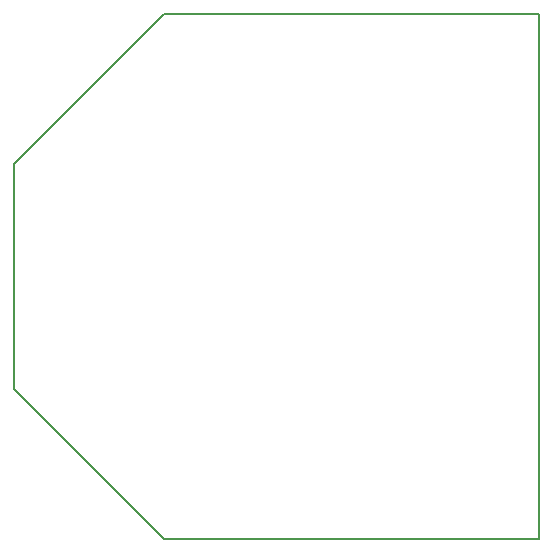
<source format=gbr>
G04 DipTrace 2.4.0.2*
%INBoardOutline.gbr*%
%MOIN*%
%ADD11C,0.006*%
%FSLAX44Y44*%
G04*
G70*
G90*
G75*
G01*
%LNBoardOutline*%
%LPD*%
X3940Y8940D2*
D11*
X8940Y3940D1*
X21440D1*
Y21440D1*
X8940D1*
X3940Y16440D1*
Y8940D1*
M02*

</source>
